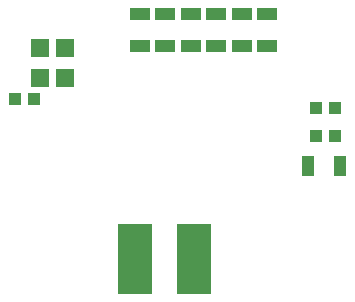
<source format=gbp>
%FSAX24Y24*%
%MOIN*%
G70*
G01*
G75*
G04 Layer_Color=128*
%ADD10C,0.1000*%
%ADD11C,0.0150*%
%ADD12C,0.0200*%
%ADD13C,0.0100*%
%ADD14C,0.0400*%
%ADD15C,0.1200*%
%ADD16C,0.0500*%
%ADD17C,0.0300*%
%ADD18C,0.0150*%
%ADD19R,0.0394X0.1339*%
%ADD20R,0.4110X0.3504*%
%ADD21R,0.0315X0.0315*%
%ADD22R,0.0433X0.0236*%
%ADD23R,0.0394X0.0374*%
%ADD24R,0.1496X0.0984*%
%ADD25R,0.0787X0.0197*%
%ADD26R,0.0787X0.0787*%
%ADD27O,0.0866X0.0236*%
%ADD28R,0.0394X0.0413*%
%ADD29R,0.0374X0.0394*%
%ADD30R,0.0118X0.0157*%
%ADD31R,0.0276X0.0354*%
%ADD32R,0.1181X0.2362*%
%ADD33R,0.0413X0.0394*%
%ADD34R,0.0433X0.0669*%
%ADD35O,0.0118X0.0709*%
%ADD36O,0.0709X0.0118*%
%ADD37C,0.0700*%
%ADD38C,0.3000*%
G04:AMPARAMS|DCode=39|XSize=51mil|YSize=51mil|CornerRadius=12.8mil|HoleSize=0mil|Usage=FLASHONLY|Rotation=0.000|XOffset=0mil|YOffset=0mil|HoleType=Round|Shape=RoundedRectangle|*
%AMROUNDEDRECTD39*
21,1,0.0510,0.0255,0,0,0.0*
21,1,0.0255,0.0510,0,0,0.0*
1,1,0.0255,0.0128,-0.0128*
1,1,0.0255,-0.0128,-0.0128*
1,1,0.0255,-0.0128,0.0128*
1,1,0.0255,0.0128,0.0128*
%
%ADD39ROUNDEDRECTD39*%
%ADD40R,0.0510X0.0510*%
%ADD41C,0.2100*%
%ADD42R,0.0591X0.0591*%
%ADD43C,0.0591*%
%ADD44C,0.0748*%
%ADD45O,0.0750X0.0550*%
%ADD46R,0.0750X0.0550*%
%ADD47O,0.0550X0.0750*%
%ADD48R,0.0550X0.0750*%
%ADD49C,0.0700*%
%ADD50C,0.0250*%
%ADD51R,0.0669X0.0433*%
%ADD52R,0.0630X0.0591*%
%ADD53C,0.0098*%
%ADD54C,0.0236*%
%ADD55C,0.0079*%
%ADD56C,0.0050*%
%ADD57O,0.1080X0.1000*%
%ADD58O,0.1280X0.1200*%
%ADD59C,0.0230*%
%ADD60R,0.0474X0.1419*%
%ADD61R,0.4190X0.3584*%
%ADD62R,0.0395X0.0395*%
%ADD63R,0.0513X0.0316*%
%ADD64R,0.0474X0.0454*%
%ADD65R,0.1576X0.1064*%
%ADD66R,0.0867X0.0277*%
%ADD67R,0.0867X0.0867*%
%ADD68O,0.0946X0.0316*%
%ADD69R,0.0474X0.0493*%
%ADD70R,0.0454X0.0474*%
%ADD71R,0.0198X0.0237*%
%ADD72R,0.0356X0.0434*%
%ADD73R,0.0493X0.0474*%
%ADD74R,0.0513X0.0749*%
%ADD75O,0.0198X0.0789*%
%ADD76O,0.0789X0.0198*%
%ADD77C,0.1080*%
%ADD78C,0.3080*%
%ADD79C,0.1280*%
G04:AMPARAMS|DCode=80|XSize=59mil|YSize=59mil|CornerRadius=16.8mil|HoleSize=0mil|Usage=FLASHONLY|Rotation=0.000|XOffset=0mil|YOffset=0mil|HoleType=Round|Shape=RoundedRectangle|*
%AMROUNDEDRECTD80*
21,1,0.0590,0.0255,0,0,0.0*
21,1,0.0255,0.0590,0,0,0.0*
1,1,0.0335,0.0128,-0.0128*
1,1,0.0335,-0.0128,-0.0128*
1,1,0.0335,-0.0128,0.0128*
1,1,0.0335,0.0128,0.0128*
%
%ADD80ROUNDEDRECTD80*%
%ADD81R,0.0590X0.0590*%
%ADD82C,0.2180*%
%ADD83R,0.0671X0.0671*%
%ADD84C,0.0671*%
%ADD85C,0.0828*%
%ADD86O,0.0830X0.0630*%
%ADD87R,0.0830X0.0630*%
%ADD88O,0.0630X0.0830*%
%ADD89R,0.0630X0.0830*%
%ADD90C,0.0780*%
%ADD91R,0.0749X0.0513*%
%ADD92R,0.0710X0.0671*%
D32*
X044668Y001250D02*
D03*
X042700D02*
D03*
D33*
X049350Y005350D02*
D03*
X048720D02*
D03*
X049365Y006300D02*
D03*
X048735D02*
D03*
X038685Y006600D02*
D03*
X039315D02*
D03*
D34*
X048468Y004350D02*
D03*
X049531D02*
D03*
D51*
X042850Y008369D02*
D03*
Y009431D02*
D03*
X043700Y008369D02*
D03*
Y009431D02*
D03*
X044550Y008369D02*
D03*
Y009431D02*
D03*
X045400Y008369D02*
D03*
Y009431D02*
D03*
X046250Y008369D02*
D03*
Y009431D02*
D03*
X047100Y008369D02*
D03*
Y009431D02*
D03*
D52*
X040378Y007286D02*
D03*
X039535D02*
D03*
X040378Y008286D02*
D03*
X039535D02*
D03*
M02*

</source>
